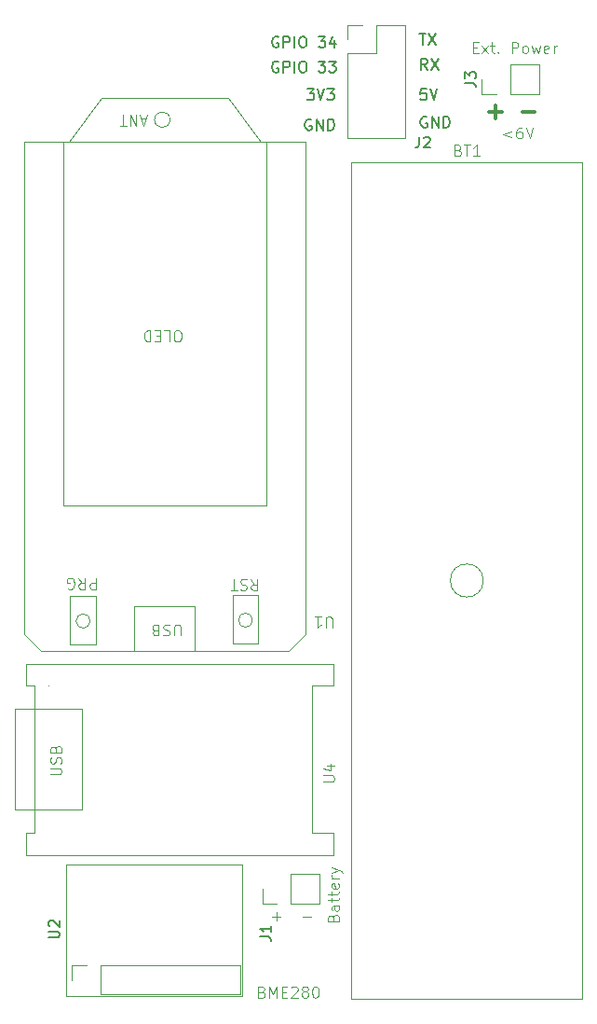
<source format=gbr>
%TF.GenerationSoftware,KiCad,Pcbnew,8.0.8*%
%TF.CreationDate,2025-07-12T12:46:12+02:00*%
%TF.ProjectId,lora_sensor_case-sensor_bottom,6c6f7261-5f73-4656-9e73-6f725f636173,rev?*%
%TF.SameCoordinates,Original*%
%TF.FileFunction,Legend,Top*%
%TF.FilePolarity,Positive*%
%FSLAX46Y46*%
G04 Gerber Fmt 4.6, Leading zero omitted, Abs format (unit mm)*
G04 Created by KiCad (PCBNEW 8.0.8) date 2025-07-12 12:46:12*
%MOMM*%
%LPD*%
G01*
G04 APERTURE LIST*
%ADD10C,0.100000*%
%ADD11C,0.150000*%
%ADD12C,0.300000*%
%ADD13C,0.125000*%
%ADD14C,0.120000*%
G04 APERTURE END LIST*
D10*
X128553884Y-124741466D02*
X129315789Y-124741466D01*
X131348609Y-124862782D02*
X131396228Y-124719925D01*
X131396228Y-124719925D02*
X131443847Y-124672306D01*
X131443847Y-124672306D02*
X131539085Y-124624687D01*
X131539085Y-124624687D02*
X131681942Y-124624687D01*
X131681942Y-124624687D02*
X131777180Y-124672306D01*
X131777180Y-124672306D02*
X131824800Y-124719925D01*
X131824800Y-124719925D02*
X131872419Y-124815163D01*
X131872419Y-124815163D02*
X131872419Y-125196115D01*
X131872419Y-125196115D02*
X130872419Y-125196115D01*
X130872419Y-125196115D02*
X130872419Y-124862782D01*
X130872419Y-124862782D02*
X130920038Y-124767544D01*
X130920038Y-124767544D02*
X130967657Y-124719925D01*
X130967657Y-124719925D02*
X131062895Y-124672306D01*
X131062895Y-124672306D02*
X131158133Y-124672306D01*
X131158133Y-124672306D02*
X131253371Y-124719925D01*
X131253371Y-124719925D02*
X131300990Y-124767544D01*
X131300990Y-124767544D02*
X131348609Y-124862782D01*
X131348609Y-124862782D02*
X131348609Y-125196115D01*
X131872419Y-123767544D02*
X131348609Y-123767544D01*
X131348609Y-123767544D02*
X131253371Y-123815163D01*
X131253371Y-123815163D02*
X131205752Y-123910401D01*
X131205752Y-123910401D02*
X131205752Y-124100877D01*
X131205752Y-124100877D02*
X131253371Y-124196115D01*
X131824800Y-123767544D02*
X131872419Y-123862782D01*
X131872419Y-123862782D02*
X131872419Y-124100877D01*
X131872419Y-124100877D02*
X131824800Y-124196115D01*
X131824800Y-124196115D02*
X131729561Y-124243734D01*
X131729561Y-124243734D02*
X131634323Y-124243734D01*
X131634323Y-124243734D02*
X131539085Y-124196115D01*
X131539085Y-124196115D02*
X131491466Y-124100877D01*
X131491466Y-124100877D02*
X131491466Y-123862782D01*
X131491466Y-123862782D02*
X131443847Y-123767544D01*
X131205752Y-123434210D02*
X131205752Y-123053258D01*
X130872419Y-123291353D02*
X131729561Y-123291353D01*
X131729561Y-123291353D02*
X131824800Y-123243734D01*
X131824800Y-123243734D02*
X131872419Y-123148496D01*
X131872419Y-123148496D02*
X131872419Y-123053258D01*
X131205752Y-122862781D02*
X131205752Y-122481829D01*
X130872419Y-122719924D02*
X131729561Y-122719924D01*
X131729561Y-122719924D02*
X131824800Y-122672305D01*
X131824800Y-122672305D02*
X131872419Y-122577067D01*
X131872419Y-122577067D02*
X131872419Y-122481829D01*
X131824800Y-121767543D02*
X131872419Y-121862781D01*
X131872419Y-121862781D02*
X131872419Y-122053257D01*
X131872419Y-122053257D02*
X131824800Y-122148495D01*
X131824800Y-122148495D02*
X131729561Y-122196114D01*
X131729561Y-122196114D02*
X131348609Y-122196114D01*
X131348609Y-122196114D02*
X131253371Y-122148495D01*
X131253371Y-122148495D02*
X131205752Y-122053257D01*
X131205752Y-122053257D02*
X131205752Y-121862781D01*
X131205752Y-121862781D02*
X131253371Y-121767543D01*
X131253371Y-121767543D02*
X131348609Y-121719924D01*
X131348609Y-121719924D02*
X131443847Y-121719924D01*
X131443847Y-121719924D02*
X131539085Y-122196114D01*
X131872419Y-121291352D02*
X131205752Y-121291352D01*
X131396228Y-121291352D02*
X131300990Y-121243733D01*
X131300990Y-121243733D02*
X131253371Y-121196114D01*
X131253371Y-121196114D02*
X131205752Y-121100876D01*
X131205752Y-121100876D02*
X131205752Y-121005638D01*
X131205752Y-120767542D02*
X131872419Y-120529447D01*
X131205752Y-120291352D02*
X131872419Y-120529447D01*
X131872419Y-120529447D02*
X132110514Y-120624685D01*
X132110514Y-120624685D02*
X132158133Y-120672304D01*
X132158133Y-120672304D02*
X132205752Y-120767542D01*
D11*
X128991541Y-49619819D02*
X129610588Y-49619819D01*
X129610588Y-49619819D02*
X129277255Y-50000771D01*
X129277255Y-50000771D02*
X129420112Y-50000771D01*
X129420112Y-50000771D02*
X129515350Y-50048390D01*
X129515350Y-50048390D02*
X129562969Y-50096009D01*
X129562969Y-50096009D02*
X129610588Y-50191247D01*
X129610588Y-50191247D02*
X129610588Y-50429342D01*
X129610588Y-50429342D02*
X129562969Y-50524580D01*
X129562969Y-50524580D02*
X129515350Y-50572200D01*
X129515350Y-50572200D02*
X129420112Y-50619819D01*
X129420112Y-50619819D02*
X129134398Y-50619819D01*
X129134398Y-50619819D02*
X129039160Y-50572200D01*
X129039160Y-50572200D02*
X128991541Y-50524580D01*
X129896303Y-49619819D02*
X130229636Y-50619819D01*
X130229636Y-50619819D02*
X130562969Y-49619819D01*
X130801065Y-49619819D02*
X131420112Y-49619819D01*
X131420112Y-49619819D02*
X131086779Y-50000771D01*
X131086779Y-50000771D02*
X131229636Y-50000771D01*
X131229636Y-50000771D02*
X131324874Y-50048390D01*
X131324874Y-50048390D02*
X131372493Y-50096009D01*
X131372493Y-50096009D02*
X131420112Y-50191247D01*
X131420112Y-50191247D02*
X131420112Y-50429342D01*
X131420112Y-50429342D02*
X131372493Y-50524580D01*
X131372493Y-50524580D02*
X131324874Y-50572200D01*
X131324874Y-50572200D02*
X131229636Y-50619819D01*
X131229636Y-50619819D02*
X130943922Y-50619819D01*
X130943922Y-50619819D02*
X130848684Y-50572200D01*
X130848684Y-50572200D02*
X130801065Y-50524580D01*
D12*
X145554510Y-51729400D02*
X146697368Y-51729400D01*
X146125939Y-52300828D02*
X146125939Y-51157971D01*
D10*
X124887217Y-131598609D02*
X125030074Y-131646228D01*
X125030074Y-131646228D02*
X125077693Y-131693847D01*
X125077693Y-131693847D02*
X125125312Y-131789085D01*
X125125312Y-131789085D02*
X125125312Y-131931942D01*
X125125312Y-131931942D02*
X125077693Y-132027180D01*
X125077693Y-132027180D02*
X125030074Y-132074800D01*
X125030074Y-132074800D02*
X124934836Y-132122419D01*
X124934836Y-132122419D02*
X124553884Y-132122419D01*
X124553884Y-132122419D02*
X124553884Y-131122419D01*
X124553884Y-131122419D02*
X124887217Y-131122419D01*
X124887217Y-131122419D02*
X124982455Y-131170038D01*
X124982455Y-131170038D02*
X125030074Y-131217657D01*
X125030074Y-131217657D02*
X125077693Y-131312895D01*
X125077693Y-131312895D02*
X125077693Y-131408133D01*
X125077693Y-131408133D02*
X125030074Y-131503371D01*
X125030074Y-131503371D02*
X124982455Y-131550990D01*
X124982455Y-131550990D02*
X124887217Y-131598609D01*
X124887217Y-131598609D02*
X124553884Y-131598609D01*
X125553884Y-132122419D02*
X125553884Y-131122419D01*
X125553884Y-131122419D02*
X125887217Y-131836704D01*
X125887217Y-131836704D02*
X126220550Y-131122419D01*
X126220550Y-131122419D02*
X126220550Y-132122419D01*
X126696741Y-131598609D02*
X127030074Y-131598609D01*
X127172931Y-132122419D02*
X126696741Y-132122419D01*
X126696741Y-132122419D02*
X126696741Y-131122419D01*
X126696741Y-131122419D02*
X127172931Y-131122419D01*
X127553884Y-131217657D02*
X127601503Y-131170038D01*
X127601503Y-131170038D02*
X127696741Y-131122419D01*
X127696741Y-131122419D02*
X127934836Y-131122419D01*
X127934836Y-131122419D02*
X128030074Y-131170038D01*
X128030074Y-131170038D02*
X128077693Y-131217657D01*
X128077693Y-131217657D02*
X128125312Y-131312895D01*
X128125312Y-131312895D02*
X128125312Y-131408133D01*
X128125312Y-131408133D02*
X128077693Y-131550990D01*
X128077693Y-131550990D02*
X127506265Y-132122419D01*
X127506265Y-132122419D02*
X128125312Y-132122419D01*
X128696741Y-131550990D02*
X128601503Y-131503371D01*
X128601503Y-131503371D02*
X128553884Y-131455752D01*
X128553884Y-131455752D02*
X128506265Y-131360514D01*
X128506265Y-131360514D02*
X128506265Y-131312895D01*
X128506265Y-131312895D02*
X128553884Y-131217657D01*
X128553884Y-131217657D02*
X128601503Y-131170038D01*
X128601503Y-131170038D02*
X128696741Y-131122419D01*
X128696741Y-131122419D02*
X128887217Y-131122419D01*
X128887217Y-131122419D02*
X128982455Y-131170038D01*
X128982455Y-131170038D02*
X129030074Y-131217657D01*
X129030074Y-131217657D02*
X129077693Y-131312895D01*
X129077693Y-131312895D02*
X129077693Y-131360514D01*
X129077693Y-131360514D02*
X129030074Y-131455752D01*
X129030074Y-131455752D02*
X128982455Y-131503371D01*
X128982455Y-131503371D02*
X128887217Y-131550990D01*
X128887217Y-131550990D02*
X128696741Y-131550990D01*
X128696741Y-131550990D02*
X128601503Y-131598609D01*
X128601503Y-131598609D02*
X128553884Y-131646228D01*
X128553884Y-131646228D02*
X128506265Y-131741466D01*
X128506265Y-131741466D02*
X128506265Y-131931942D01*
X128506265Y-131931942D02*
X128553884Y-132027180D01*
X128553884Y-132027180D02*
X128601503Y-132074800D01*
X128601503Y-132074800D02*
X128696741Y-132122419D01*
X128696741Y-132122419D02*
X128887217Y-132122419D01*
X128887217Y-132122419D02*
X128982455Y-132074800D01*
X128982455Y-132074800D02*
X129030074Y-132027180D01*
X129030074Y-132027180D02*
X129077693Y-131931942D01*
X129077693Y-131931942D02*
X129077693Y-131741466D01*
X129077693Y-131741466D02*
X129030074Y-131646228D01*
X129030074Y-131646228D02*
X128982455Y-131598609D01*
X128982455Y-131598609D02*
X128887217Y-131550990D01*
X129696741Y-131122419D02*
X129791979Y-131122419D01*
X129791979Y-131122419D02*
X129887217Y-131170038D01*
X129887217Y-131170038D02*
X129934836Y-131217657D01*
X129934836Y-131217657D02*
X129982455Y-131312895D01*
X129982455Y-131312895D02*
X130030074Y-131503371D01*
X130030074Y-131503371D02*
X130030074Y-131741466D01*
X130030074Y-131741466D02*
X129982455Y-131931942D01*
X129982455Y-131931942D02*
X129934836Y-132027180D01*
X129934836Y-132027180D02*
X129887217Y-132074800D01*
X129887217Y-132074800D02*
X129791979Y-132122419D01*
X129791979Y-132122419D02*
X129696741Y-132122419D01*
X129696741Y-132122419D02*
X129601503Y-132074800D01*
X129601503Y-132074800D02*
X129553884Y-132027180D01*
X129553884Y-132027180D02*
X129506265Y-131931942D01*
X129506265Y-131931942D02*
X129458646Y-131741466D01*
X129458646Y-131741466D02*
X129458646Y-131503371D01*
X129458646Y-131503371D02*
X129506265Y-131312895D01*
X129506265Y-131312895D02*
X129553884Y-131217657D01*
X129553884Y-131217657D02*
X129601503Y-131170038D01*
X129601503Y-131170038D02*
X129696741Y-131122419D01*
X125803884Y-124741466D02*
X126565789Y-124741466D01*
X126184836Y-125122419D02*
X126184836Y-124360514D01*
D11*
X126360588Y-47167438D02*
X126265350Y-47119819D01*
X126265350Y-47119819D02*
X126122493Y-47119819D01*
X126122493Y-47119819D02*
X125979636Y-47167438D01*
X125979636Y-47167438D02*
X125884398Y-47262676D01*
X125884398Y-47262676D02*
X125836779Y-47357914D01*
X125836779Y-47357914D02*
X125789160Y-47548390D01*
X125789160Y-47548390D02*
X125789160Y-47691247D01*
X125789160Y-47691247D02*
X125836779Y-47881723D01*
X125836779Y-47881723D02*
X125884398Y-47976961D01*
X125884398Y-47976961D02*
X125979636Y-48072200D01*
X125979636Y-48072200D02*
X126122493Y-48119819D01*
X126122493Y-48119819D02*
X126217731Y-48119819D01*
X126217731Y-48119819D02*
X126360588Y-48072200D01*
X126360588Y-48072200D02*
X126408207Y-48024580D01*
X126408207Y-48024580D02*
X126408207Y-47691247D01*
X126408207Y-47691247D02*
X126217731Y-47691247D01*
X126836779Y-48119819D02*
X126836779Y-47119819D01*
X126836779Y-47119819D02*
X127217731Y-47119819D01*
X127217731Y-47119819D02*
X127312969Y-47167438D01*
X127312969Y-47167438D02*
X127360588Y-47215057D01*
X127360588Y-47215057D02*
X127408207Y-47310295D01*
X127408207Y-47310295D02*
X127408207Y-47453152D01*
X127408207Y-47453152D02*
X127360588Y-47548390D01*
X127360588Y-47548390D02*
X127312969Y-47596009D01*
X127312969Y-47596009D02*
X127217731Y-47643628D01*
X127217731Y-47643628D02*
X126836779Y-47643628D01*
X127836779Y-48119819D02*
X127836779Y-47119819D01*
X128503445Y-47119819D02*
X128693921Y-47119819D01*
X128693921Y-47119819D02*
X128789159Y-47167438D01*
X128789159Y-47167438D02*
X128884397Y-47262676D01*
X128884397Y-47262676D02*
X128932016Y-47453152D01*
X128932016Y-47453152D02*
X128932016Y-47786485D01*
X128932016Y-47786485D02*
X128884397Y-47976961D01*
X128884397Y-47976961D02*
X128789159Y-48072200D01*
X128789159Y-48072200D02*
X128693921Y-48119819D01*
X128693921Y-48119819D02*
X128503445Y-48119819D01*
X128503445Y-48119819D02*
X128408207Y-48072200D01*
X128408207Y-48072200D02*
X128312969Y-47976961D01*
X128312969Y-47976961D02*
X128265350Y-47786485D01*
X128265350Y-47786485D02*
X128265350Y-47453152D01*
X128265350Y-47453152D02*
X128312969Y-47262676D01*
X128312969Y-47262676D02*
X128408207Y-47167438D01*
X128408207Y-47167438D02*
X128503445Y-47119819D01*
X130027255Y-47119819D02*
X130646302Y-47119819D01*
X130646302Y-47119819D02*
X130312969Y-47500771D01*
X130312969Y-47500771D02*
X130455826Y-47500771D01*
X130455826Y-47500771D02*
X130551064Y-47548390D01*
X130551064Y-47548390D02*
X130598683Y-47596009D01*
X130598683Y-47596009D02*
X130646302Y-47691247D01*
X130646302Y-47691247D02*
X130646302Y-47929342D01*
X130646302Y-47929342D02*
X130598683Y-48024580D01*
X130598683Y-48024580D02*
X130551064Y-48072200D01*
X130551064Y-48072200D02*
X130455826Y-48119819D01*
X130455826Y-48119819D02*
X130170112Y-48119819D01*
X130170112Y-48119819D02*
X130074874Y-48072200D01*
X130074874Y-48072200D02*
X130027255Y-48024580D01*
X130979636Y-47119819D02*
X131598683Y-47119819D01*
X131598683Y-47119819D02*
X131265350Y-47500771D01*
X131265350Y-47500771D02*
X131408207Y-47500771D01*
X131408207Y-47500771D02*
X131503445Y-47548390D01*
X131503445Y-47548390D02*
X131551064Y-47596009D01*
X131551064Y-47596009D02*
X131598683Y-47691247D01*
X131598683Y-47691247D02*
X131598683Y-47929342D01*
X131598683Y-47929342D02*
X131551064Y-48024580D01*
X131551064Y-48024580D02*
X131503445Y-48072200D01*
X131503445Y-48072200D02*
X131408207Y-48119819D01*
X131408207Y-48119819D02*
X131122493Y-48119819D01*
X131122493Y-48119819D02*
X131027255Y-48072200D01*
X131027255Y-48072200D02*
X130979636Y-48024580D01*
X126360588Y-44917438D02*
X126265350Y-44869819D01*
X126265350Y-44869819D02*
X126122493Y-44869819D01*
X126122493Y-44869819D02*
X125979636Y-44917438D01*
X125979636Y-44917438D02*
X125884398Y-45012676D01*
X125884398Y-45012676D02*
X125836779Y-45107914D01*
X125836779Y-45107914D02*
X125789160Y-45298390D01*
X125789160Y-45298390D02*
X125789160Y-45441247D01*
X125789160Y-45441247D02*
X125836779Y-45631723D01*
X125836779Y-45631723D02*
X125884398Y-45726961D01*
X125884398Y-45726961D02*
X125979636Y-45822200D01*
X125979636Y-45822200D02*
X126122493Y-45869819D01*
X126122493Y-45869819D02*
X126217731Y-45869819D01*
X126217731Y-45869819D02*
X126360588Y-45822200D01*
X126360588Y-45822200D02*
X126408207Y-45774580D01*
X126408207Y-45774580D02*
X126408207Y-45441247D01*
X126408207Y-45441247D02*
X126217731Y-45441247D01*
X126836779Y-45869819D02*
X126836779Y-44869819D01*
X126836779Y-44869819D02*
X127217731Y-44869819D01*
X127217731Y-44869819D02*
X127312969Y-44917438D01*
X127312969Y-44917438D02*
X127360588Y-44965057D01*
X127360588Y-44965057D02*
X127408207Y-45060295D01*
X127408207Y-45060295D02*
X127408207Y-45203152D01*
X127408207Y-45203152D02*
X127360588Y-45298390D01*
X127360588Y-45298390D02*
X127312969Y-45346009D01*
X127312969Y-45346009D02*
X127217731Y-45393628D01*
X127217731Y-45393628D02*
X126836779Y-45393628D01*
X127836779Y-45869819D02*
X127836779Y-44869819D01*
X128503445Y-44869819D02*
X128693921Y-44869819D01*
X128693921Y-44869819D02*
X128789159Y-44917438D01*
X128789159Y-44917438D02*
X128884397Y-45012676D01*
X128884397Y-45012676D02*
X128932016Y-45203152D01*
X128932016Y-45203152D02*
X128932016Y-45536485D01*
X128932016Y-45536485D02*
X128884397Y-45726961D01*
X128884397Y-45726961D02*
X128789159Y-45822200D01*
X128789159Y-45822200D02*
X128693921Y-45869819D01*
X128693921Y-45869819D02*
X128503445Y-45869819D01*
X128503445Y-45869819D02*
X128408207Y-45822200D01*
X128408207Y-45822200D02*
X128312969Y-45726961D01*
X128312969Y-45726961D02*
X128265350Y-45536485D01*
X128265350Y-45536485D02*
X128265350Y-45203152D01*
X128265350Y-45203152D02*
X128312969Y-45012676D01*
X128312969Y-45012676D02*
X128408207Y-44917438D01*
X128408207Y-44917438D02*
X128503445Y-44869819D01*
X130027255Y-44869819D02*
X130646302Y-44869819D01*
X130646302Y-44869819D02*
X130312969Y-45250771D01*
X130312969Y-45250771D02*
X130455826Y-45250771D01*
X130455826Y-45250771D02*
X130551064Y-45298390D01*
X130551064Y-45298390D02*
X130598683Y-45346009D01*
X130598683Y-45346009D02*
X130646302Y-45441247D01*
X130646302Y-45441247D02*
X130646302Y-45679342D01*
X130646302Y-45679342D02*
X130598683Y-45774580D01*
X130598683Y-45774580D02*
X130551064Y-45822200D01*
X130551064Y-45822200D02*
X130455826Y-45869819D01*
X130455826Y-45869819D02*
X130170112Y-45869819D01*
X130170112Y-45869819D02*
X130074874Y-45822200D01*
X130074874Y-45822200D02*
X130027255Y-45774580D01*
X131503445Y-45203152D02*
X131503445Y-45869819D01*
X131265350Y-44822200D02*
X131027255Y-45536485D01*
X131027255Y-45536485D02*
X131646302Y-45536485D01*
X129360588Y-52417438D02*
X129265350Y-52369819D01*
X129265350Y-52369819D02*
X129122493Y-52369819D01*
X129122493Y-52369819D02*
X128979636Y-52417438D01*
X128979636Y-52417438D02*
X128884398Y-52512676D01*
X128884398Y-52512676D02*
X128836779Y-52607914D01*
X128836779Y-52607914D02*
X128789160Y-52798390D01*
X128789160Y-52798390D02*
X128789160Y-52941247D01*
X128789160Y-52941247D02*
X128836779Y-53131723D01*
X128836779Y-53131723D02*
X128884398Y-53226961D01*
X128884398Y-53226961D02*
X128979636Y-53322200D01*
X128979636Y-53322200D02*
X129122493Y-53369819D01*
X129122493Y-53369819D02*
X129217731Y-53369819D01*
X129217731Y-53369819D02*
X129360588Y-53322200D01*
X129360588Y-53322200D02*
X129408207Y-53274580D01*
X129408207Y-53274580D02*
X129408207Y-52941247D01*
X129408207Y-52941247D02*
X129217731Y-52941247D01*
X129836779Y-53369819D02*
X129836779Y-52369819D01*
X129836779Y-52369819D02*
X130408207Y-53369819D01*
X130408207Y-53369819D02*
X130408207Y-52369819D01*
X130884398Y-53369819D02*
X130884398Y-52369819D01*
X130884398Y-52369819D02*
X131122493Y-52369819D01*
X131122493Y-52369819D02*
X131265350Y-52417438D01*
X131265350Y-52417438D02*
X131360588Y-52512676D01*
X131360588Y-52512676D02*
X131408207Y-52607914D01*
X131408207Y-52607914D02*
X131455826Y-52798390D01*
X131455826Y-52798390D02*
X131455826Y-52941247D01*
X131455826Y-52941247D02*
X131408207Y-53131723D01*
X131408207Y-53131723D02*
X131360588Y-53226961D01*
X131360588Y-53226961D02*
X131265350Y-53322200D01*
X131265350Y-53322200D02*
X131122493Y-53369819D01*
X131122493Y-53369819D02*
X130884398Y-53369819D01*
X139812969Y-49619819D02*
X139336779Y-49619819D01*
X139336779Y-49619819D02*
X139289160Y-50096009D01*
X139289160Y-50096009D02*
X139336779Y-50048390D01*
X139336779Y-50048390D02*
X139432017Y-50000771D01*
X139432017Y-50000771D02*
X139670112Y-50000771D01*
X139670112Y-50000771D02*
X139765350Y-50048390D01*
X139765350Y-50048390D02*
X139812969Y-50096009D01*
X139812969Y-50096009D02*
X139860588Y-50191247D01*
X139860588Y-50191247D02*
X139860588Y-50429342D01*
X139860588Y-50429342D02*
X139812969Y-50524580D01*
X139812969Y-50524580D02*
X139765350Y-50572200D01*
X139765350Y-50572200D02*
X139670112Y-50619819D01*
X139670112Y-50619819D02*
X139432017Y-50619819D01*
X139432017Y-50619819D02*
X139336779Y-50572200D01*
X139336779Y-50572200D02*
X139289160Y-50524580D01*
X140146303Y-49619819D02*
X140479636Y-50619819D01*
X140479636Y-50619819D02*
X140812969Y-49619819D01*
X139860588Y-52167438D02*
X139765350Y-52119819D01*
X139765350Y-52119819D02*
X139622493Y-52119819D01*
X139622493Y-52119819D02*
X139479636Y-52167438D01*
X139479636Y-52167438D02*
X139384398Y-52262676D01*
X139384398Y-52262676D02*
X139336779Y-52357914D01*
X139336779Y-52357914D02*
X139289160Y-52548390D01*
X139289160Y-52548390D02*
X139289160Y-52691247D01*
X139289160Y-52691247D02*
X139336779Y-52881723D01*
X139336779Y-52881723D02*
X139384398Y-52976961D01*
X139384398Y-52976961D02*
X139479636Y-53072200D01*
X139479636Y-53072200D02*
X139622493Y-53119819D01*
X139622493Y-53119819D02*
X139717731Y-53119819D01*
X139717731Y-53119819D02*
X139860588Y-53072200D01*
X139860588Y-53072200D02*
X139908207Y-53024580D01*
X139908207Y-53024580D02*
X139908207Y-52691247D01*
X139908207Y-52691247D02*
X139717731Y-52691247D01*
X140336779Y-53119819D02*
X140336779Y-52119819D01*
X140336779Y-52119819D02*
X140908207Y-53119819D01*
X140908207Y-53119819D02*
X140908207Y-52119819D01*
X141384398Y-53119819D02*
X141384398Y-52119819D01*
X141384398Y-52119819D02*
X141622493Y-52119819D01*
X141622493Y-52119819D02*
X141765350Y-52167438D01*
X141765350Y-52167438D02*
X141860588Y-52262676D01*
X141860588Y-52262676D02*
X141908207Y-52357914D01*
X141908207Y-52357914D02*
X141955826Y-52548390D01*
X141955826Y-52548390D02*
X141955826Y-52691247D01*
X141955826Y-52691247D02*
X141908207Y-52881723D01*
X141908207Y-52881723D02*
X141860588Y-52976961D01*
X141860588Y-52976961D02*
X141765350Y-53072200D01*
X141765350Y-53072200D02*
X141622493Y-53119819D01*
X141622493Y-53119819D02*
X141384398Y-53119819D01*
D13*
X147582236Y-53454452D02*
X146820331Y-53740166D01*
X146820331Y-53740166D02*
X147582236Y-54025880D01*
X148486997Y-53121119D02*
X148296521Y-53121119D01*
X148296521Y-53121119D02*
X148201283Y-53168738D01*
X148201283Y-53168738D02*
X148153664Y-53216357D01*
X148153664Y-53216357D02*
X148058426Y-53359214D01*
X148058426Y-53359214D02*
X148010807Y-53549690D01*
X148010807Y-53549690D02*
X148010807Y-53930642D01*
X148010807Y-53930642D02*
X148058426Y-54025880D01*
X148058426Y-54025880D02*
X148106045Y-54073500D01*
X148106045Y-54073500D02*
X148201283Y-54121119D01*
X148201283Y-54121119D02*
X148391759Y-54121119D01*
X148391759Y-54121119D02*
X148486997Y-54073500D01*
X148486997Y-54073500D02*
X148534616Y-54025880D01*
X148534616Y-54025880D02*
X148582235Y-53930642D01*
X148582235Y-53930642D02*
X148582235Y-53692547D01*
X148582235Y-53692547D02*
X148534616Y-53597309D01*
X148534616Y-53597309D02*
X148486997Y-53549690D01*
X148486997Y-53549690D02*
X148391759Y-53502071D01*
X148391759Y-53502071D02*
X148201283Y-53502071D01*
X148201283Y-53502071D02*
X148106045Y-53549690D01*
X148106045Y-53549690D02*
X148058426Y-53597309D01*
X148058426Y-53597309D02*
X148010807Y-53692547D01*
X148867950Y-53121119D02*
X149201283Y-54121119D01*
X149201283Y-54121119D02*
X149534616Y-53121119D01*
D12*
X148554510Y-51729400D02*
X149697368Y-51729400D01*
D11*
X139908207Y-47869819D02*
X139574874Y-47393628D01*
X139336779Y-47869819D02*
X139336779Y-46869819D01*
X139336779Y-46869819D02*
X139717731Y-46869819D01*
X139717731Y-46869819D02*
X139812969Y-46917438D01*
X139812969Y-46917438D02*
X139860588Y-46965057D01*
X139860588Y-46965057D02*
X139908207Y-47060295D01*
X139908207Y-47060295D02*
X139908207Y-47203152D01*
X139908207Y-47203152D02*
X139860588Y-47298390D01*
X139860588Y-47298390D02*
X139812969Y-47346009D01*
X139812969Y-47346009D02*
X139717731Y-47393628D01*
X139717731Y-47393628D02*
X139336779Y-47393628D01*
X140241541Y-46869819D02*
X140908207Y-47869819D01*
X140908207Y-46869819D02*
X140241541Y-47869819D01*
X139193922Y-44619819D02*
X139765350Y-44619819D01*
X139479636Y-45619819D02*
X139479636Y-44619819D01*
X140003446Y-44619819D02*
X140670112Y-45619819D01*
X140670112Y-44619819D02*
X140003446Y-45619819D01*
D13*
X144070331Y-45847309D02*
X144403664Y-45847309D01*
X144546521Y-46371119D02*
X144070331Y-46371119D01*
X144070331Y-46371119D02*
X144070331Y-45371119D01*
X144070331Y-45371119D02*
X144546521Y-45371119D01*
X144879855Y-46371119D02*
X145403664Y-45704452D01*
X144879855Y-45704452D02*
X145403664Y-46371119D01*
X145641760Y-45704452D02*
X146022712Y-45704452D01*
X145784617Y-45371119D02*
X145784617Y-46228261D01*
X145784617Y-46228261D02*
X145832236Y-46323500D01*
X145832236Y-46323500D02*
X145927474Y-46371119D01*
X145927474Y-46371119D02*
X146022712Y-46371119D01*
X146356046Y-46275880D02*
X146403665Y-46323500D01*
X146403665Y-46323500D02*
X146356046Y-46371119D01*
X146356046Y-46371119D02*
X146308427Y-46323500D01*
X146308427Y-46323500D02*
X146356046Y-46275880D01*
X146356046Y-46275880D02*
X146356046Y-46371119D01*
X147594141Y-46371119D02*
X147594141Y-45371119D01*
X147594141Y-45371119D02*
X147975093Y-45371119D01*
X147975093Y-45371119D02*
X148070331Y-45418738D01*
X148070331Y-45418738D02*
X148117950Y-45466357D01*
X148117950Y-45466357D02*
X148165569Y-45561595D01*
X148165569Y-45561595D02*
X148165569Y-45704452D01*
X148165569Y-45704452D02*
X148117950Y-45799690D01*
X148117950Y-45799690D02*
X148070331Y-45847309D01*
X148070331Y-45847309D02*
X147975093Y-45894928D01*
X147975093Y-45894928D02*
X147594141Y-45894928D01*
X148736998Y-46371119D02*
X148641760Y-46323500D01*
X148641760Y-46323500D02*
X148594141Y-46275880D01*
X148594141Y-46275880D02*
X148546522Y-46180642D01*
X148546522Y-46180642D02*
X148546522Y-45894928D01*
X148546522Y-45894928D02*
X148594141Y-45799690D01*
X148594141Y-45799690D02*
X148641760Y-45752071D01*
X148641760Y-45752071D02*
X148736998Y-45704452D01*
X148736998Y-45704452D02*
X148879855Y-45704452D01*
X148879855Y-45704452D02*
X148975093Y-45752071D01*
X148975093Y-45752071D02*
X149022712Y-45799690D01*
X149022712Y-45799690D02*
X149070331Y-45894928D01*
X149070331Y-45894928D02*
X149070331Y-46180642D01*
X149070331Y-46180642D02*
X149022712Y-46275880D01*
X149022712Y-46275880D02*
X148975093Y-46323500D01*
X148975093Y-46323500D02*
X148879855Y-46371119D01*
X148879855Y-46371119D02*
X148736998Y-46371119D01*
X149403665Y-45704452D02*
X149594141Y-46371119D01*
X149594141Y-46371119D02*
X149784617Y-45894928D01*
X149784617Y-45894928D02*
X149975093Y-46371119D01*
X149975093Y-46371119D02*
X150165569Y-45704452D01*
X150927474Y-46323500D02*
X150832236Y-46371119D01*
X150832236Y-46371119D02*
X150641760Y-46371119D01*
X150641760Y-46371119D02*
X150546522Y-46323500D01*
X150546522Y-46323500D02*
X150498903Y-46228261D01*
X150498903Y-46228261D02*
X150498903Y-45847309D01*
X150498903Y-45847309D02*
X150546522Y-45752071D01*
X150546522Y-45752071D02*
X150641760Y-45704452D01*
X150641760Y-45704452D02*
X150832236Y-45704452D01*
X150832236Y-45704452D02*
X150927474Y-45752071D01*
X150927474Y-45752071D02*
X150975093Y-45847309D01*
X150975093Y-45847309D02*
X150975093Y-45942547D01*
X150975093Y-45942547D02*
X150498903Y-46037785D01*
X151403665Y-46371119D02*
X151403665Y-45704452D01*
X151403665Y-45894928D02*
X151451284Y-45799690D01*
X151451284Y-45799690D02*
X151498903Y-45752071D01*
X151498903Y-45752071D02*
X151594141Y-45704452D01*
X151594141Y-45704452D02*
X151689379Y-45704452D01*
D11*
X124704819Y-126583333D02*
X125419104Y-126583333D01*
X125419104Y-126583333D02*
X125561961Y-126630952D01*
X125561961Y-126630952D02*
X125657200Y-126726190D01*
X125657200Y-126726190D02*
X125704819Y-126869047D01*
X125704819Y-126869047D02*
X125704819Y-126964285D01*
X125704819Y-125583333D02*
X125704819Y-126154761D01*
X125704819Y-125869047D02*
X124704819Y-125869047D01*
X124704819Y-125869047D02*
X124847676Y-125964285D01*
X124847676Y-125964285D02*
X124942914Y-126059523D01*
X124942914Y-126059523D02*
X124990533Y-126154761D01*
D10*
X131261904Y-98542580D02*
X131261904Y-97733057D01*
X131261904Y-97733057D02*
X131214285Y-97637819D01*
X131214285Y-97637819D02*
X131166666Y-97590200D01*
X131166666Y-97590200D02*
X131071428Y-97542580D01*
X131071428Y-97542580D02*
X130880952Y-97542580D01*
X130880952Y-97542580D02*
X130785714Y-97590200D01*
X130785714Y-97590200D02*
X130738095Y-97637819D01*
X130738095Y-97637819D02*
X130690476Y-97733057D01*
X130690476Y-97733057D02*
X130690476Y-98542580D01*
X129690476Y-97542580D02*
X130261904Y-97542580D01*
X129976190Y-97542580D02*
X129976190Y-98542580D01*
X129976190Y-98542580D02*
X130071428Y-98399723D01*
X130071428Y-98399723D02*
X130166666Y-98304485D01*
X130166666Y-98304485D02*
X130261904Y-98256866D01*
X123881487Y-94120980D02*
X124214820Y-94597171D01*
X124452915Y-94120980D02*
X124452915Y-95120980D01*
X124452915Y-95120980D02*
X124071963Y-95120980D01*
X124071963Y-95120980D02*
X123976725Y-95073361D01*
X123976725Y-95073361D02*
X123929106Y-95025742D01*
X123929106Y-95025742D02*
X123881487Y-94930504D01*
X123881487Y-94930504D02*
X123881487Y-94787647D01*
X123881487Y-94787647D02*
X123929106Y-94692409D01*
X123929106Y-94692409D02*
X123976725Y-94644790D01*
X123976725Y-94644790D02*
X124071963Y-94597171D01*
X124071963Y-94597171D02*
X124452915Y-94597171D01*
X123500534Y-94168600D02*
X123357677Y-94120980D01*
X123357677Y-94120980D02*
X123119582Y-94120980D01*
X123119582Y-94120980D02*
X123024344Y-94168600D01*
X123024344Y-94168600D02*
X122976725Y-94216219D01*
X122976725Y-94216219D02*
X122929106Y-94311457D01*
X122929106Y-94311457D02*
X122929106Y-94406695D01*
X122929106Y-94406695D02*
X122976725Y-94501933D01*
X122976725Y-94501933D02*
X123024344Y-94549552D01*
X123024344Y-94549552D02*
X123119582Y-94597171D01*
X123119582Y-94597171D02*
X123310058Y-94644790D01*
X123310058Y-94644790D02*
X123405296Y-94692409D01*
X123405296Y-94692409D02*
X123452915Y-94740028D01*
X123452915Y-94740028D02*
X123500534Y-94835266D01*
X123500534Y-94835266D02*
X123500534Y-94930504D01*
X123500534Y-94930504D02*
X123452915Y-95025742D01*
X123452915Y-95025742D02*
X123405296Y-95073361D01*
X123405296Y-95073361D02*
X123310058Y-95120980D01*
X123310058Y-95120980D02*
X123071963Y-95120980D01*
X123071963Y-95120980D02*
X122929106Y-95073361D01*
X122643391Y-95120980D02*
X122071963Y-95120980D01*
X122357677Y-94120980D02*
X122357677Y-95120980D01*
X114365934Y-52268095D02*
X113889744Y-52268095D01*
X114461172Y-51982380D02*
X114127839Y-52982380D01*
X114127839Y-52982380D02*
X113794506Y-51982380D01*
X113461172Y-51982380D02*
X113461172Y-52982380D01*
X113461172Y-52982380D02*
X112889744Y-51982380D01*
X112889744Y-51982380D02*
X112889744Y-52982380D01*
X112556410Y-52982380D02*
X111984982Y-52982380D01*
X112270696Y-51982380D02*
X112270696Y-52982380D01*
X117491515Y-99247780D02*
X117491515Y-98438257D01*
X117491515Y-98438257D02*
X117443896Y-98343019D01*
X117443896Y-98343019D02*
X117396277Y-98295400D01*
X117396277Y-98295400D02*
X117301039Y-98247780D01*
X117301039Y-98247780D02*
X117110563Y-98247780D01*
X117110563Y-98247780D02*
X117015325Y-98295400D01*
X117015325Y-98295400D02*
X116967706Y-98343019D01*
X116967706Y-98343019D02*
X116920087Y-98438257D01*
X116920087Y-98438257D02*
X116920087Y-99247780D01*
X116491515Y-98295400D02*
X116348658Y-98247780D01*
X116348658Y-98247780D02*
X116110563Y-98247780D01*
X116110563Y-98247780D02*
X116015325Y-98295400D01*
X116015325Y-98295400D02*
X115967706Y-98343019D01*
X115967706Y-98343019D02*
X115920087Y-98438257D01*
X115920087Y-98438257D02*
X115920087Y-98533495D01*
X115920087Y-98533495D02*
X115967706Y-98628733D01*
X115967706Y-98628733D02*
X116015325Y-98676352D01*
X116015325Y-98676352D02*
X116110563Y-98723971D01*
X116110563Y-98723971D02*
X116301039Y-98771590D01*
X116301039Y-98771590D02*
X116396277Y-98819209D01*
X116396277Y-98819209D02*
X116443896Y-98866828D01*
X116443896Y-98866828D02*
X116491515Y-98962066D01*
X116491515Y-98962066D02*
X116491515Y-99057304D01*
X116491515Y-99057304D02*
X116443896Y-99152542D01*
X116443896Y-99152542D02*
X116396277Y-99200161D01*
X116396277Y-99200161D02*
X116301039Y-99247780D01*
X116301039Y-99247780D02*
X116062944Y-99247780D01*
X116062944Y-99247780D02*
X115920087Y-99200161D01*
X115158182Y-98771590D02*
X115015325Y-98723971D01*
X115015325Y-98723971D02*
X114967706Y-98676352D01*
X114967706Y-98676352D02*
X114920087Y-98581114D01*
X114920087Y-98581114D02*
X114920087Y-98438257D01*
X114920087Y-98438257D02*
X114967706Y-98343019D01*
X114967706Y-98343019D02*
X115015325Y-98295400D01*
X115015325Y-98295400D02*
X115110563Y-98247780D01*
X115110563Y-98247780D02*
X115491515Y-98247780D01*
X115491515Y-98247780D02*
X115491515Y-99247780D01*
X115491515Y-99247780D02*
X115158182Y-99247780D01*
X115158182Y-99247780D02*
X115062944Y-99200161D01*
X115062944Y-99200161D02*
X115015325Y-99152542D01*
X115015325Y-99152542D02*
X114967706Y-99057304D01*
X114967706Y-99057304D02*
X114967706Y-98962066D01*
X114967706Y-98962066D02*
X115015325Y-98866828D01*
X115015325Y-98866828D02*
X115062944Y-98819209D01*
X115062944Y-98819209D02*
X115158182Y-98771590D01*
X115158182Y-98771590D02*
X115491515Y-98771590D01*
X109771715Y-94019380D02*
X109771715Y-95019380D01*
X109771715Y-95019380D02*
X109390763Y-95019380D01*
X109390763Y-95019380D02*
X109295525Y-94971761D01*
X109295525Y-94971761D02*
X109247906Y-94924142D01*
X109247906Y-94924142D02*
X109200287Y-94828904D01*
X109200287Y-94828904D02*
X109200287Y-94686047D01*
X109200287Y-94686047D02*
X109247906Y-94590809D01*
X109247906Y-94590809D02*
X109295525Y-94543190D01*
X109295525Y-94543190D02*
X109390763Y-94495571D01*
X109390763Y-94495571D02*
X109771715Y-94495571D01*
X108200287Y-94019380D02*
X108533620Y-94495571D01*
X108771715Y-94019380D02*
X108771715Y-95019380D01*
X108771715Y-95019380D02*
X108390763Y-95019380D01*
X108390763Y-95019380D02*
X108295525Y-94971761D01*
X108295525Y-94971761D02*
X108247906Y-94924142D01*
X108247906Y-94924142D02*
X108200287Y-94828904D01*
X108200287Y-94828904D02*
X108200287Y-94686047D01*
X108200287Y-94686047D02*
X108247906Y-94590809D01*
X108247906Y-94590809D02*
X108295525Y-94543190D01*
X108295525Y-94543190D02*
X108390763Y-94495571D01*
X108390763Y-94495571D02*
X108771715Y-94495571D01*
X107247906Y-94971761D02*
X107343144Y-95019380D01*
X107343144Y-95019380D02*
X107486001Y-95019380D01*
X107486001Y-95019380D02*
X107628858Y-94971761D01*
X107628858Y-94971761D02*
X107724096Y-94876523D01*
X107724096Y-94876523D02*
X107771715Y-94781285D01*
X107771715Y-94781285D02*
X107819334Y-94590809D01*
X107819334Y-94590809D02*
X107819334Y-94447952D01*
X107819334Y-94447952D02*
X107771715Y-94257476D01*
X107771715Y-94257476D02*
X107724096Y-94162238D01*
X107724096Y-94162238D02*
X107628858Y-94067000D01*
X107628858Y-94067000D02*
X107486001Y-94019380D01*
X107486001Y-94019380D02*
X107390763Y-94019380D01*
X107390763Y-94019380D02*
X107247906Y-94067000D01*
X107247906Y-94067000D02*
X107200287Y-94114619D01*
X107200287Y-94114619D02*
X107200287Y-94447952D01*
X107200287Y-94447952D02*
X107390763Y-94447952D01*
X117301039Y-72547780D02*
X117110563Y-72547780D01*
X117110563Y-72547780D02*
X117015325Y-72500161D01*
X117015325Y-72500161D02*
X116920087Y-72404923D01*
X116920087Y-72404923D02*
X116872468Y-72214447D01*
X116872468Y-72214447D02*
X116872468Y-71881114D01*
X116872468Y-71881114D02*
X116920087Y-71690638D01*
X116920087Y-71690638D02*
X117015325Y-71595400D01*
X117015325Y-71595400D02*
X117110563Y-71547780D01*
X117110563Y-71547780D02*
X117301039Y-71547780D01*
X117301039Y-71547780D02*
X117396277Y-71595400D01*
X117396277Y-71595400D02*
X117491515Y-71690638D01*
X117491515Y-71690638D02*
X117539134Y-71881114D01*
X117539134Y-71881114D02*
X117539134Y-72214447D01*
X117539134Y-72214447D02*
X117491515Y-72404923D01*
X117491515Y-72404923D02*
X117396277Y-72500161D01*
X117396277Y-72500161D02*
X117301039Y-72547780D01*
X115967706Y-71547780D02*
X116443896Y-71547780D01*
X116443896Y-71547780D02*
X116443896Y-72547780D01*
X115634372Y-72071590D02*
X115301039Y-72071590D01*
X115158182Y-71547780D02*
X115634372Y-71547780D01*
X115634372Y-71547780D02*
X115634372Y-72547780D01*
X115634372Y-72547780D02*
X115158182Y-72547780D01*
X114729610Y-71547780D02*
X114729610Y-72547780D01*
X114729610Y-72547780D02*
X114491515Y-72547780D01*
X114491515Y-72547780D02*
X114348658Y-72500161D01*
X114348658Y-72500161D02*
X114253420Y-72404923D01*
X114253420Y-72404923D02*
X114205801Y-72309685D01*
X114205801Y-72309685D02*
X114158182Y-72119209D01*
X114158182Y-72119209D02*
X114158182Y-71976352D01*
X114158182Y-71976352D02*
X114205801Y-71785876D01*
X114205801Y-71785876D02*
X114253420Y-71690638D01*
X114253420Y-71690638D02*
X114348658Y-71595400D01*
X114348658Y-71595400D02*
X114491515Y-71547780D01*
X114491515Y-71547780D02*
X114729610Y-71547780D01*
X142714285Y-55183609D02*
X142857142Y-55231228D01*
X142857142Y-55231228D02*
X142904761Y-55278847D01*
X142904761Y-55278847D02*
X142952380Y-55374085D01*
X142952380Y-55374085D02*
X142952380Y-55516942D01*
X142952380Y-55516942D02*
X142904761Y-55612180D01*
X142904761Y-55612180D02*
X142857142Y-55659800D01*
X142857142Y-55659800D02*
X142761904Y-55707419D01*
X142761904Y-55707419D02*
X142380952Y-55707419D01*
X142380952Y-55707419D02*
X142380952Y-54707419D01*
X142380952Y-54707419D02*
X142714285Y-54707419D01*
X142714285Y-54707419D02*
X142809523Y-54755038D01*
X142809523Y-54755038D02*
X142857142Y-54802657D01*
X142857142Y-54802657D02*
X142904761Y-54897895D01*
X142904761Y-54897895D02*
X142904761Y-54993133D01*
X142904761Y-54993133D02*
X142857142Y-55088371D01*
X142857142Y-55088371D02*
X142809523Y-55135990D01*
X142809523Y-55135990D02*
X142714285Y-55183609D01*
X142714285Y-55183609D02*
X142380952Y-55183609D01*
X143238095Y-54707419D02*
X143809523Y-54707419D01*
X143523809Y-55707419D02*
X143523809Y-54707419D01*
X144666666Y-55707419D02*
X144095238Y-55707419D01*
X144380952Y-55707419D02*
X144380952Y-54707419D01*
X144380952Y-54707419D02*
X144285714Y-54850276D01*
X144285714Y-54850276D02*
X144190476Y-54945514D01*
X144190476Y-54945514D02*
X144095238Y-54993133D01*
D11*
X105474819Y-126661904D02*
X106284342Y-126661904D01*
X106284342Y-126661904D02*
X106379580Y-126614285D01*
X106379580Y-126614285D02*
X106427200Y-126566666D01*
X106427200Y-126566666D02*
X106474819Y-126471428D01*
X106474819Y-126471428D02*
X106474819Y-126280952D01*
X106474819Y-126280952D02*
X106427200Y-126185714D01*
X106427200Y-126185714D02*
X106379580Y-126138095D01*
X106379580Y-126138095D02*
X106284342Y-126090476D01*
X106284342Y-126090476D02*
X105474819Y-126090476D01*
X105570057Y-125661904D02*
X105522438Y-125614285D01*
X105522438Y-125614285D02*
X105474819Y-125519047D01*
X105474819Y-125519047D02*
X105474819Y-125280952D01*
X105474819Y-125280952D02*
X105522438Y-125185714D01*
X105522438Y-125185714D02*
X105570057Y-125138095D01*
X105570057Y-125138095D02*
X105665295Y-125090476D01*
X105665295Y-125090476D02*
X105760533Y-125090476D01*
X105760533Y-125090476D02*
X105903390Y-125138095D01*
X105903390Y-125138095D02*
X106474819Y-125709523D01*
X106474819Y-125709523D02*
X106474819Y-125090476D01*
D10*
X130457419Y-112511904D02*
X131266942Y-112511904D01*
X131266942Y-112511904D02*
X131362180Y-112464285D01*
X131362180Y-112464285D02*
X131409800Y-112416666D01*
X131409800Y-112416666D02*
X131457419Y-112321428D01*
X131457419Y-112321428D02*
X131457419Y-112130952D01*
X131457419Y-112130952D02*
X131409800Y-112035714D01*
X131409800Y-112035714D02*
X131362180Y-111988095D01*
X131362180Y-111988095D02*
X131266942Y-111940476D01*
X131266942Y-111940476D02*
X130457419Y-111940476D01*
X130790752Y-111035714D02*
X131457419Y-111035714D01*
X130409800Y-111273809D02*
X131124085Y-111511904D01*
X131124085Y-111511904D02*
X131124085Y-110892857D01*
X105642419Y-111862115D02*
X106451942Y-111862115D01*
X106451942Y-111862115D02*
X106547180Y-111814496D01*
X106547180Y-111814496D02*
X106594800Y-111766877D01*
X106594800Y-111766877D02*
X106642419Y-111671639D01*
X106642419Y-111671639D02*
X106642419Y-111481163D01*
X106642419Y-111481163D02*
X106594800Y-111385925D01*
X106594800Y-111385925D02*
X106547180Y-111338306D01*
X106547180Y-111338306D02*
X106451942Y-111290687D01*
X106451942Y-111290687D02*
X105642419Y-111290687D01*
X106594800Y-110862115D02*
X106642419Y-110719258D01*
X106642419Y-110719258D02*
X106642419Y-110481163D01*
X106642419Y-110481163D02*
X106594800Y-110385925D01*
X106594800Y-110385925D02*
X106547180Y-110338306D01*
X106547180Y-110338306D02*
X106451942Y-110290687D01*
X106451942Y-110290687D02*
X106356704Y-110290687D01*
X106356704Y-110290687D02*
X106261466Y-110338306D01*
X106261466Y-110338306D02*
X106213847Y-110385925D01*
X106213847Y-110385925D02*
X106166228Y-110481163D01*
X106166228Y-110481163D02*
X106118609Y-110671639D01*
X106118609Y-110671639D02*
X106070990Y-110766877D01*
X106070990Y-110766877D02*
X106023371Y-110814496D01*
X106023371Y-110814496D02*
X105928133Y-110862115D01*
X105928133Y-110862115D02*
X105832895Y-110862115D01*
X105832895Y-110862115D02*
X105737657Y-110814496D01*
X105737657Y-110814496D02*
X105690038Y-110766877D01*
X105690038Y-110766877D02*
X105642419Y-110671639D01*
X105642419Y-110671639D02*
X105642419Y-110433544D01*
X105642419Y-110433544D02*
X105690038Y-110290687D01*
X106118609Y-109528782D02*
X106166228Y-109385925D01*
X106166228Y-109385925D02*
X106213847Y-109338306D01*
X106213847Y-109338306D02*
X106309085Y-109290687D01*
X106309085Y-109290687D02*
X106451942Y-109290687D01*
X106451942Y-109290687D02*
X106547180Y-109338306D01*
X106547180Y-109338306D02*
X106594800Y-109385925D01*
X106594800Y-109385925D02*
X106642419Y-109481163D01*
X106642419Y-109481163D02*
X106642419Y-109862115D01*
X106642419Y-109862115D02*
X105642419Y-109862115D01*
X105642419Y-109862115D02*
X105642419Y-109528782D01*
X105642419Y-109528782D02*
X105690038Y-109433544D01*
X105690038Y-109433544D02*
X105737657Y-109385925D01*
X105737657Y-109385925D02*
X105832895Y-109338306D01*
X105832895Y-109338306D02*
X105928133Y-109338306D01*
X105928133Y-109338306D02*
X106023371Y-109385925D01*
X106023371Y-109385925D02*
X106070990Y-109433544D01*
X106070990Y-109433544D02*
X106118609Y-109528782D01*
X106118609Y-109528782D02*
X106118609Y-109862115D01*
D11*
X143334819Y-49083333D02*
X144049104Y-49083333D01*
X144049104Y-49083333D02*
X144191961Y-49130952D01*
X144191961Y-49130952D02*
X144287200Y-49226190D01*
X144287200Y-49226190D02*
X144334819Y-49369047D01*
X144334819Y-49369047D02*
X144334819Y-49464285D01*
X143334819Y-48702380D02*
X143334819Y-48083333D01*
X143334819Y-48083333D02*
X143715771Y-48416666D01*
X143715771Y-48416666D02*
X143715771Y-48273809D01*
X143715771Y-48273809D02*
X143763390Y-48178571D01*
X143763390Y-48178571D02*
X143811009Y-48130952D01*
X143811009Y-48130952D02*
X143906247Y-48083333D01*
X143906247Y-48083333D02*
X144144342Y-48083333D01*
X144144342Y-48083333D02*
X144239580Y-48130952D01*
X144239580Y-48130952D02*
X144287200Y-48178571D01*
X144287200Y-48178571D02*
X144334819Y-48273809D01*
X144334819Y-48273809D02*
X144334819Y-48559523D01*
X144334819Y-48559523D02*
X144287200Y-48654761D01*
X144287200Y-48654761D02*
X144239580Y-48702380D01*
X139166666Y-53954819D02*
X139166666Y-54669104D01*
X139166666Y-54669104D02*
X139119047Y-54811961D01*
X139119047Y-54811961D02*
X139023809Y-54907200D01*
X139023809Y-54907200D02*
X138880952Y-54954819D01*
X138880952Y-54954819D02*
X138785714Y-54954819D01*
X139595238Y-54050057D02*
X139642857Y-54002438D01*
X139642857Y-54002438D02*
X139738095Y-53954819D01*
X139738095Y-53954819D02*
X139976190Y-53954819D01*
X139976190Y-53954819D02*
X140071428Y-54002438D01*
X140071428Y-54002438D02*
X140119047Y-54050057D01*
X140119047Y-54050057D02*
X140166666Y-54145295D01*
X140166666Y-54145295D02*
X140166666Y-54240533D01*
X140166666Y-54240533D02*
X140119047Y-54383390D01*
X140119047Y-54383390D02*
X139547619Y-54954819D01*
X139547619Y-54954819D02*
X140166666Y-54954819D01*
D14*
%TO.C,J1*%
X124920000Y-123580000D02*
X124920000Y-122250000D01*
X126250000Y-123580000D02*
X124920000Y-123580000D01*
X127520000Y-120920000D02*
X130120000Y-120920000D01*
X127520000Y-123580000D02*
X127520000Y-120920000D01*
X127520000Y-123580000D02*
X130120000Y-123580000D01*
X130120000Y-123580000D02*
X130120000Y-120920000D01*
D10*
%TO.C,U1*%
X103295400Y-54420200D02*
X107295400Y-54420200D01*
X103295400Y-99120200D02*
X103295400Y-54420200D01*
X103295400Y-99120200D02*
X104795400Y-100620200D01*
X107295400Y-54420200D02*
X110295400Y-50420200D01*
X121795400Y-50420200D02*
X110295400Y-50420200D01*
X124795400Y-54420200D02*
X121795400Y-50420200D01*
X127295400Y-100620200D02*
X104795400Y-100620200D01*
X128795400Y-54420200D02*
X124795400Y-54420200D01*
X128795400Y-54420200D02*
X128795400Y-99120200D01*
X128795400Y-99120200D02*
X127295400Y-100620200D01*
X109796200Y-100013200D02*
X107434000Y-100013200D01*
X107434000Y-95669800D01*
X109796200Y-95669800D01*
X109796200Y-100013200D01*
X118795400Y-100620200D02*
X113295400Y-100620200D01*
X113295400Y-96620200D01*
X118795400Y-96620200D01*
X118795400Y-100620200D01*
X124553600Y-99937000D02*
X122191400Y-99937000D01*
X122191400Y-95593600D01*
X124553600Y-95593600D01*
X124553600Y-99937000D01*
X125295400Y-87420200D02*
X106795400Y-87420200D01*
X106795400Y-54420200D01*
X125295400Y-54420200D01*
X125295400Y-87420200D01*
X109270877Y-97930400D02*
G75*
G02*
X107984723Y-97930400I-643077J0D01*
G01*
X107984723Y-97930400D02*
G75*
G02*
X109270877Y-97930400I643077J0D01*
G01*
X116523107Y-52413600D02*
G75*
G02*
X115108893Y-52413600I-707107J0D01*
G01*
X115108893Y-52413600D02*
G75*
G02*
X116523107Y-52413600I707107J0D01*
G01*
X124028277Y-97854200D02*
G75*
G02*
X122742123Y-97854200I-643077J0D01*
G01*
X122742123Y-97854200D02*
G75*
G02*
X124028277Y-97854200I643077J0D01*
G01*
%TO.C,BT1*%
X133000000Y-56250000D02*
X154000000Y-56250000D01*
X154000000Y-132250000D01*
X133000000Y-132250000D01*
X133000000Y-56250000D01*
X145000000Y-94250000D02*
G75*
G02*
X142000000Y-94250000I-1500000J0D01*
G01*
X142000000Y-94250000D02*
G75*
G02*
X145000000Y-94250000I1500000J0D01*
G01*
D14*
%TO.C,U2*%
X107590000Y-129170000D02*
X108920000Y-129170000D01*
X107590000Y-130500000D02*
X107590000Y-129170000D01*
X110190000Y-129170000D02*
X122950000Y-129170000D01*
X110190000Y-131830000D02*
X110190000Y-129170000D01*
X110190000Y-131830000D02*
X122950000Y-131830000D01*
X122950000Y-131830000D02*
X122950000Y-129170000D01*
D10*
X107120000Y-132000000D02*
X123120000Y-132000000D01*
X123120000Y-120000000D01*
X107120000Y-120000000D01*
X107120000Y-132000000D01*
%TO.C,U4*%
X103400000Y-101800000D02*
X103400000Y-103800000D01*
X103400000Y-103800000D02*
X104200000Y-103800000D01*
X103400000Y-117200000D02*
X103400000Y-119200000D01*
X103400000Y-119200000D02*
X131400000Y-119200000D01*
X104200000Y-103800000D02*
X104200000Y-117200000D01*
X104200000Y-117200000D02*
X103400000Y-117200000D01*
X105500000Y-103784000D02*
X105500000Y-103784000D01*
X129400000Y-103800000D02*
X131400000Y-103800000D01*
X129400000Y-117200000D02*
X129400000Y-103800000D01*
X131400000Y-101800000D02*
X103400000Y-101800000D01*
X131400000Y-103800000D02*
X131400000Y-101800000D01*
X131400000Y-117200000D02*
X129400000Y-117200000D01*
X131400000Y-119200000D02*
X131400000Y-117200000D01*
X102409400Y-115072000D02*
X108505400Y-115072000D01*
X108505400Y-105928000D01*
X102409400Y-105928000D01*
X102409400Y-115072000D01*
D14*
%TO.C,J3*%
X144880000Y-50080000D02*
X144880000Y-48750000D01*
X146210000Y-50080000D02*
X144880000Y-50080000D01*
X147480000Y-47420000D02*
X150080000Y-47420000D01*
X147480000Y-50080000D02*
X147480000Y-47420000D01*
X147480000Y-50080000D02*
X150080000Y-50080000D01*
X150080000Y-50080000D02*
X150080000Y-47420000D01*
%TO.C,J2*%
X132670000Y-43800000D02*
X134000000Y-43800000D01*
X132670000Y-45130000D02*
X132670000Y-43800000D01*
X132670000Y-46400000D02*
X132670000Y-54080000D01*
X132670000Y-46400000D02*
X135270000Y-46400000D01*
X132670000Y-54080000D02*
X137870000Y-54080000D01*
X135270000Y-43800000D02*
X137870000Y-43800000D01*
X135270000Y-46400000D02*
X135270000Y-43800000D01*
X137870000Y-43800000D02*
X137870000Y-54080000D01*
%TD*%
M02*

</source>
